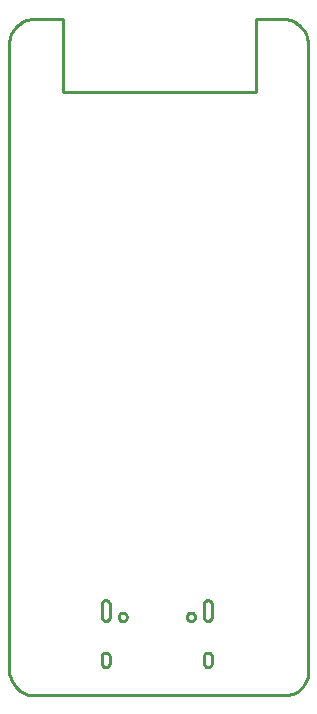
<source format=gbr>
G04 EAGLE Gerber RS-274X export*
G75*
%MOMM*%
%FSLAX34Y34*%
%LPD*%
%IN*%
%IPPOS*%
%AMOC8*
5,1,8,0,0,1.08239X$1,22.5*%
G01*
%ADD10C,0.254000*%


D10*
X-2000Y23000D02*
X-2091Y21075D01*
X-2013Y19149D01*
X-1768Y17238D01*
X-1357Y15355D01*
X-784Y13515D01*
X-53Y11732D01*
X831Y10020D01*
X1861Y8391D01*
X3029Y6858D01*
X4327Y5433D01*
X5743Y4126D01*
X7268Y2947D01*
X8890Y1906D01*
X10596Y1011D01*
X12374Y267D01*
X14210Y-318D01*
X16090Y-742D01*
X18000Y-1000D01*
X19925Y-1091D01*
X21851Y-1013D01*
X22000Y-1000D01*
X230000Y-1000D01*
X231750Y-1015D01*
X233495Y-876D01*
X235221Y-587D01*
X236915Y-148D01*
X238565Y437D01*
X240157Y1164D01*
X241680Y2026D01*
X243122Y3018D01*
X244472Y4132D01*
X245720Y5359D01*
X246856Y6691D01*
X247872Y8116D01*
X248759Y9625D01*
X249512Y11205D01*
X250124Y12844D01*
X250591Y14531D01*
X250909Y16252D01*
X251000Y17000D01*
X251000Y547000D01*
X251129Y548967D01*
X251086Y550938D01*
X250871Y552897D01*
X250486Y554830D01*
X249935Y556722D01*
X249220Y558559D01*
X248348Y560327D01*
X247325Y562012D01*
X246160Y563602D01*
X244860Y565084D01*
X243436Y566447D01*
X241899Y567680D01*
X240260Y568775D01*
X238532Y569723D01*
X236728Y570517D01*
X234861Y571150D01*
X232946Y571619D01*
X230998Y571918D01*
X229031Y572047D01*
X227061Y572004D01*
X227000Y572000D01*
X207000Y572000D01*
X207000Y510000D01*
X44000Y510000D01*
X44000Y572000D01*
X22000Y572000D01*
X20030Y572049D01*
X18062Y571927D01*
X16113Y571633D01*
X14197Y571170D01*
X12329Y570543D01*
X10522Y569755D01*
X8791Y568812D01*
X7148Y567722D01*
X5607Y566493D01*
X4179Y565135D01*
X2875Y563657D01*
X1704Y562071D01*
X676Y560389D01*
X-201Y558624D01*
X-921Y556789D01*
X-1479Y554899D01*
X-1869Y552967D01*
X-2000Y552000D01*
X-2000Y23000D01*
X162950Y26000D02*
X162962Y25717D01*
X162999Y25436D01*
X163061Y25159D01*
X163146Y24888D01*
X163255Y24627D01*
X163385Y24375D01*
X163538Y24136D01*
X163710Y23911D01*
X163902Y23702D01*
X164111Y23510D01*
X164336Y23338D01*
X164575Y23185D01*
X164827Y23055D01*
X165088Y22946D01*
X165359Y22861D01*
X165636Y22799D01*
X165917Y22762D01*
X166200Y22750D01*
X166483Y22762D01*
X166764Y22799D01*
X167041Y22861D01*
X167312Y22946D01*
X167574Y23055D01*
X167825Y23185D01*
X168064Y23338D01*
X168289Y23510D01*
X168498Y23702D01*
X168690Y23911D01*
X168862Y24136D01*
X169015Y24375D01*
X169146Y24627D01*
X169254Y24888D01*
X169339Y25159D01*
X169401Y25436D01*
X169438Y25717D01*
X169450Y26000D01*
X169450Y32000D01*
X169438Y32283D01*
X169401Y32564D01*
X169339Y32841D01*
X169254Y33112D01*
X169146Y33374D01*
X169015Y33625D01*
X168862Y33864D01*
X168690Y34089D01*
X168498Y34298D01*
X168289Y34490D01*
X168064Y34662D01*
X167825Y34815D01*
X167574Y34946D01*
X167312Y35054D01*
X167041Y35139D01*
X166764Y35201D01*
X166483Y35238D01*
X166200Y35250D01*
X165917Y35238D01*
X165636Y35201D01*
X165359Y35139D01*
X165088Y35054D01*
X164827Y34946D01*
X164575Y34815D01*
X164336Y34662D01*
X164111Y34490D01*
X163902Y34298D01*
X163710Y34089D01*
X163538Y33864D01*
X163385Y33625D01*
X163255Y33374D01*
X163146Y33112D01*
X163061Y32841D01*
X162999Y32564D01*
X162962Y32283D01*
X162950Y32000D01*
X162950Y26000D01*
X76550Y26000D02*
X76562Y25717D01*
X76599Y25436D01*
X76661Y25159D01*
X76746Y24888D01*
X76855Y24627D01*
X76985Y24375D01*
X77138Y24136D01*
X77310Y23911D01*
X77502Y23702D01*
X77711Y23510D01*
X77936Y23338D01*
X78175Y23185D01*
X78427Y23055D01*
X78688Y22946D01*
X78959Y22861D01*
X79236Y22799D01*
X79517Y22762D01*
X79800Y22750D01*
X80083Y22762D01*
X80364Y22799D01*
X80641Y22861D01*
X80912Y22946D01*
X81174Y23055D01*
X81425Y23185D01*
X81664Y23338D01*
X81889Y23510D01*
X82098Y23702D01*
X82290Y23911D01*
X82462Y24136D01*
X82615Y24375D01*
X82746Y24627D01*
X82854Y24888D01*
X82939Y25159D01*
X83001Y25436D01*
X83038Y25717D01*
X83050Y26000D01*
X83050Y32000D01*
X83038Y32283D01*
X83001Y32564D01*
X82939Y32841D01*
X82854Y33112D01*
X82746Y33374D01*
X82615Y33625D01*
X82462Y33864D01*
X82290Y34089D01*
X82098Y34298D01*
X81889Y34490D01*
X81664Y34662D01*
X81425Y34815D01*
X81174Y34946D01*
X80912Y35054D01*
X80641Y35139D01*
X80364Y35201D01*
X80083Y35238D01*
X79800Y35250D01*
X79517Y35238D01*
X79236Y35201D01*
X78959Y35139D01*
X78688Y35054D01*
X78427Y34946D01*
X78175Y34815D01*
X77936Y34662D01*
X77711Y34490D01*
X77502Y34298D01*
X77310Y34089D01*
X77138Y33864D01*
X76985Y33625D01*
X76855Y33374D01*
X76746Y33112D01*
X76661Y32841D01*
X76599Y32564D01*
X76562Y32283D01*
X76550Y32000D01*
X76550Y26000D01*
X162950Y65300D02*
X162962Y65017D01*
X162999Y64736D01*
X163061Y64459D01*
X163146Y64188D01*
X163255Y63927D01*
X163385Y63675D01*
X163538Y63436D01*
X163710Y63211D01*
X163902Y63002D01*
X164111Y62810D01*
X164336Y62638D01*
X164575Y62485D01*
X164827Y62355D01*
X165088Y62246D01*
X165359Y62161D01*
X165636Y62099D01*
X165917Y62062D01*
X166200Y62050D01*
X166483Y62062D01*
X166764Y62099D01*
X167041Y62161D01*
X167312Y62246D01*
X167574Y62355D01*
X167825Y62485D01*
X168064Y62638D01*
X168289Y62810D01*
X168498Y63002D01*
X168690Y63211D01*
X168862Y63436D01*
X169015Y63675D01*
X169146Y63927D01*
X169254Y64188D01*
X169339Y64459D01*
X169401Y64736D01*
X169438Y65017D01*
X169450Y65300D01*
X169450Y76300D01*
X169438Y76583D01*
X169401Y76864D01*
X169339Y77141D01*
X169254Y77412D01*
X169146Y77674D01*
X169015Y77925D01*
X168862Y78164D01*
X168690Y78389D01*
X168498Y78598D01*
X168289Y78790D01*
X168064Y78962D01*
X167825Y79115D01*
X167574Y79246D01*
X167312Y79354D01*
X167041Y79439D01*
X166764Y79501D01*
X166483Y79538D01*
X166200Y79550D01*
X165917Y79538D01*
X165636Y79501D01*
X165359Y79439D01*
X165088Y79354D01*
X164827Y79246D01*
X164575Y79115D01*
X164336Y78962D01*
X164111Y78790D01*
X163902Y78598D01*
X163710Y78389D01*
X163538Y78164D01*
X163385Y77925D01*
X163255Y77674D01*
X163146Y77412D01*
X163061Y77141D01*
X162999Y76864D01*
X162962Y76583D01*
X162950Y76300D01*
X162950Y65300D01*
X76550Y65300D02*
X76562Y65017D01*
X76599Y64736D01*
X76661Y64459D01*
X76746Y64188D01*
X76855Y63927D01*
X76985Y63675D01*
X77138Y63436D01*
X77310Y63211D01*
X77502Y63002D01*
X77711Y62810D01*
X77936Y62638D01*
X78175Y62485D01*
X78427Y62355D01*
X78688Y62246D01*
X78959Y62161D01*
X79236Y62099D01*
X79517Y62062D01*
X79800Y62050D01*
X80083Y62062D01*
X80364Y62099D01*
X80641Y62161D01*
X80912Y62246D01*
X81174Y62355D01*
X81425Y62485D01*
X81664Y62638D01*
X81889Y62810D01*
X82098Y63002D01*
X82290Y63211D01*
X82462Y63436D01*
X82615Y63675D01*
X82746Y63927D01*
X82854Y64188D01*
X82939Y64459D01*
X83001Y64736D01*
X83038Y65017D01*
X83050Y65300D01*
X83050Y76300D01*
X83038Y76583D01*
X83001Y76864D01*
X82939Y77141D01*
X82854Y77412D01*
X82746Y77674D01*
X82615Y77925D01*
X82462Y78164D01*
X82290Y78389D01*
X82098Y78598D01*
X81889Y78790D01*
X81664Y78962D01*
X81425Y79115D01*
X81174Y79246D01*
X80912Y79354D01*
X80641Y79439D01*
X80364Y79501D01*
X80083Y79538D01*
X79800Y79550D01*
X79517Y79538D01*
X79236Y79501D01*
X78959Y79439D01*
X78688Y79354D01*
X78427Y79246D01*
X78175Y79115D01*
X77936Y78962D01*
X77711Y78790D01*
X77502Y78598D01*
X77310Y78389D01*
X77138Y78164D01*
X76985Y77925D01*
X76855Y77674D01*
X76746Y77412D01*
X76661Y77141D01*
X76599Y76864D01*
X76562Y76583D01*
X76550Y76300D01*
X76550Y65300D01*
X97600Y65271D02*
X97540Y64816D01*
X97421Y64373D01*
X97246Y63949D01*
X97016Y63551D01*
X96737Y63187D01*
X96413Y62863D01*
X96049Y62584D01*
X95651Y62354D01*
X95227Y62179D01*
X94784Y62060D01*
X94329Y62000D01*
X93871Y62000D01*
X93416Y62060D01*
X92973Y62179D01*
X92549Y62354D01*
X92151Y62584D01*
X91787Y62863D01*
X91463Y63187D01*
X91184Y63551D01*
X90954Y63949D01*
X90779Y64373D01*
X90660Y64816D01*
X90600Y65271D01*
X90600Y65729D01*
X90660Y66184D01*
X90779Y66627D01*
X90954Y67051D01*
X91184Y67449D01*
X91463Y67813D01*
X91787Y68137D01*
X92151Y68416D01*
X92549Y68646D01*
X92973Y68821D01*
X93416Y68940D01*
X93871Y69000D01*
X94329Y69000D01*
X94784Y68940D01*
X95227Y68821D01*
X95651Y68646D01*
X96049Y68416D01*
X96413Y68137D01*
X96737Y67813D01*
X97016Y67449D01*
X97246Y67051D01*
X97421Y66627D01*
X97540Y66184D01*
X97600Y65729D01*
X97600Y65271D01*
X155400Y65271D02*
X155340Y64816D01*
X155221Y64373D01*
X155046Y63949D01*
X154816Y63551D01*
X154537Y63187D01*
X154213Y62863D01*
X153849Y62584D01*
X153451Y62354D01*
X153027Y62179D01*
X152584Y62060D01*
X152129Y62000D01*
X151671Y62000D01*
X151216Y62060D01*
X150773Y62179D01*
X150349Y62354D01*
X149951Y62584D01*
X149587Y62863D01*
X149263Y63187D01*
X148984Y63551D01*
X148754Y63949D01*
X148579Y64373D01*
X148460Y64816D01*
X148400Y65271D01*
X148400Y65729D01*
X148460Y66184D01*
X148579Y66627D01*
X148754Y67051D01*
X148984Y67449D01*
X149263Y67813D01*
X149587Y68137D01*
X149951Y68416D01*
X150349Y68646D01*
X150773Y68821D01*
X151216Y68940D01*
X151671Y69000D01*
X152129Y69000D01*
X152584Y68940D01*
X153027Y68821D01*
X153451Y68646D01*
X153849Y68416D01*
X154213Y68137D01*
X154537Y67813D01*
X154816Y67449D01*
X155046Y67051D01*
X155221Y66627D01*
X155340Y66184D01*
X155400Y65729D01*
X155400Y65271D01*
M02*

</source>
